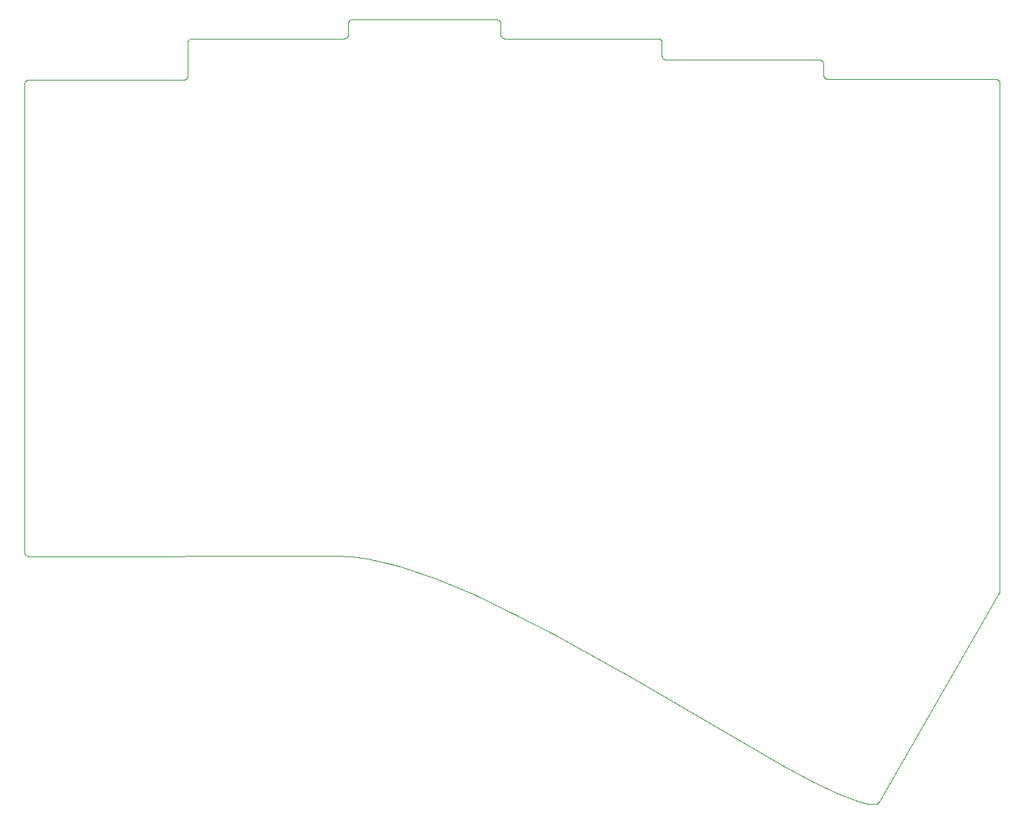
<source format=gbr>
%TF.GenerationSoftware,KiCad,Pcbnew,7.0.10*%
%TF.CreationDate,2024-02-18T23:55:24+09:00*%
%TF.ProjectId,kamu_keyboard,6b616d75-5f6b-4657-9962-6f6172642e6b,rev?*%
%TF.SameCoordinates,Original*%
%TF.FileFunction,Profile,NP*%
%FSLAX46Y46*%
G04 Gerber Fmt 4.6, Leading zero omitted, Abs format (unit mm)*
G04 Created by KiCad (PCBNEW 7.0.10) date 2024-02-18 23:55:24*
%MOMM*%
%LPD*%
G01*
G04 APERTURE LIST*
%TA.AperFunction,Profile*%
%ADD10C,0.035277*%
%TD*%
G04 APERTURE END LIST*
D10*
X137222116Y-75726729D02*
X137198875Y-75718865D01*
X81385530Y-68750072D02*
X81360133Y-68752001D01*
X80605431Y-70959818D02*
X80582725Y-70968764D01*
X117812995Y-71282914D02*
X117802038Y-71261121D01*
X62339310Y-71029441D02*
X62316607Y-71038399D01*
X136868046Y-73947961D02*
X136864869Y-73922935D01*
X143243754Y-161046764D02*
X143270493Y-161023222D01*
X98944958Y-70776159D02*
X98931885Y-70755477D01*
X42914372Y-76051001D02*
X42900428Y-76070602D01*
X42961492Y-75996607D02*
X42944935Y-76013972D01*
X98552432Y-68787082D02*
X98529689Y-68778308D01*
X61911976Y-75648525D02*
X61897123Y-75667412D01*
X157526785Y-75971643D02*
X157512680Y-75951594D01*
X62272908Y-71059467D02*
X62251974Y-71071514D01*
X137034527Y-75619287D02*
X137017154Y-75602730D01*
X136421855Y-73501789D02*
X136396456Y-73499859D01*
X62021522Y-71398517D02*
X62017129Y-71423148D01*
X62125469Y-71181141D02*
X62110634Y-71200040D01*
X157160260Y-75751663D02*
X157135635Y-75749834D01*
X99125530Y-70939886D02*
X99104271Y-70927863D01*
X80895162Y-70624173D02*
X80888407Y-70647900D01*
X136740812Y-73662926D02*
X136724263Y-73645568D01*
X117908770Y-73212701D02*
X117898896Y-73190398D01*
X80796638Y-70817229D02*
X80780920Y-70835365D01*
X98861013Y-69248955D02*
X98860399Y-69224157D01*
X81112115Y-68848689D02*
X81093233Y-68863525D01*
X61659858Y-75826919D02*
X61636120Y-75833660D01*
X136650288Y-73584544D02*
X136630006Y-73571546D01*
X118215376Y-73477518D02*
X118192218Y-73469828D01*
X117863325Y-73048410D02*
X117861496Y-73023774D01*
X143318964Y-160970273D02*
X143340451Y-160940990D01*
X61810407Y-75750040D02*
X61790793Y-75763983D01*
X118063386Y-73400845D02*
X118043977Y-73385703D01*
X61938938Y-75608642D02*
X61925924Y-75628925D01*
X61881399Y-75685554D02*
X61864833Y-75702920D01*
X62083705Y-71239949D02*
X62071673Y-71260897D01*
X62060639Y-71282466D02*
X62050633Y-71304624D01*
X157497558Y-75932214D02*
X157481436Y-75913543D01*
X80971686Y-69010968D02*
X80960651Y-69032523D01*
X81360133Y-68752001D02*
X81335106Y-68755178D01*
X99311492Y-70996287D02*
X99287079Y-70993259D01*
X117747709Y-71179704D02*
X117731584Y-71160990D01*
X118311350Y-73496752D02*
X118286936Y-73493707D01*
X99287079Y-70993259D02*
X99262918Y-70989049D01*
X43076705Y-75910491D02*
X43055771Y-75922534D01*
X80908388Y-70550330D02*
X80905183Y-70575357D01*
X80690362Y-70913747D02*
X80670076Y-70926745D01*
X142085713Y-161078542D02*
X142876996Y-161157559D01*
X62511245Y-70999081D02*
X62485508Y-70999732D01*
X62017129Y-71423148D02*
X62013952Y-71448180D01*
X62294462Y-71048418D02*
X62272908Y-71059467D01*
X105249105Y-141192159D02*
X114844289Y-146555425D01*
X157606443Y-136158540D02*
X157608308Y-136142287D01*
X136706905Y-73629020D02*
X136688769Y-73613312D01*
X99262918Y-70989049D02*
X99239051Y-70983673D01*
X80728854Y-70884978D02*
X80709965Y-70899814D01*
X157208832Y-75758900D02*
X157184673Y-75754690D01*
X80888407Y-70647900D02*
X80880531Y-70671131D01*
X91300653Y-134644620D02*
X95793626Y-136513280D01*
X118192218Y-73469828D02*
X118169474Y-73461022D01*
X117696498Y-71125906D02*
X117677784Y-71109781D01*
X62386268Y-71014833D02*
X62362541Y-71021575D01*
X80911027Y-70499196D02*
X80910346Y-70524933D01*
X43238809Y-75855880D02*
X43214204Y-75860280D01*
X83150472Y-132276776D02*
X85060739Y-132670827D01*
X42815617Y-131489840D02*
X42817457Y-131514475D01*
X137245852Y-75733470D02*
X137222116Y-75726729D01*
X98434975Y-68754539D02*
X98410563Y-68751512D01*
X136609071Y-73559514D02*
X136587515Y-73548479D01*
X136810320Y-73760756D02*
X136798288Y-73739822D01*
X157346215Y-75808064D02*
X157324421Y-75797107D01*
X118169474Y-73461022D02*
X118147185Y-73451115D01*
X136370717Y-73499209D02*
X118360776Y-73499209D01*
X137132433Y-75688846D02*
X137111485Y-75676802D01*
X118238909Y-73484073D02*
X118215376Y-73477518D01*
X81262562Y-68771884D02*
X81239331Y-68779739D01*
X114844289Y-146555425D02*
X132113423Y-156597562D01*
X80960651Y-69032523D02*
X80950645Y-69054668D01*
X142985836Y-161156514D02*
X143021216Y-161151014D01*
X136821355Y-73782311D02*
X136810320Y-73760756D01*
X117506387Y-71018191D02*
X117482856Y-71011666D01*
X117458991Y-71006290D02*
X117434832Y-71002080D01*
X43058611Y-131894241D02*
X43079869Y-131906258D01*
X143359944Y-160909917D02*
X157543691Y-136343228D01*
X137370854Y-75749221D02*
X137345116Y-75748570D01*
X42944648Y-131800888D02*
X42961761Y-131818868D01*
X98747853Y-68932163D02*
X98731728Y-68913449D01*
X136840308Y-73827160D02*
X136831362Y-73804456D01*
X80905183Y-70575357D02*
X80900764Y-70599982D01*
X117762833Y-71199114D02*
X117747709Y-71179704D01*
X98385937Y-68749683D02*
X98361138Y-68749070D01*
X62141176Y-71162990D02*
X62125469Y-71181141D01*
X42944935Y-76013972D02*
X42929218Y-76032114D01*
X117870563Y-73097017D02*
X117866353Y-73072838D01*
X62410459Y-71009246D02*
X62386268Y-71014833D01*
X61950985Y-75587708D02*
X61938938Y-75608642D01*
X117831644Y-71327946D02*
X117822869Y-71305203D01*
X98899030Y-70690137D02*
X98890255Y-70667394D01*
X157608308Y-136142287D02*
X157609643Y-136125957D01*
X98483000Y-68764125D02*
X98459134Y-68758749D01*
X157609643Y-136125957D02*
X157610447Y-136109562D01*
X117776940Y-71219180D02*
X117762833Y-71199114D01*
X117944825Y-73276437D02*
X117931751Y-73255762D01*
X80746997Y-70869271D02*
X80728854Y-70884978D01*
X98858571Y-69199531D02*
X98855544Y-69175119D01*
X62231694Y-71084527D02*
X62212097Y-71098475D01*
X136864869Y-73922935D02*
X136860475Y-73898310D01*
X61972054Y-75544016D02*
X61962034Y-75566156D01*
X157581480Y-76080443D02*
X157572707Y-76057681D01*
X157464330Y-75895625D02*
X157446351Y-75878516D01*
X142913604Y-161159849D02*
X142949925Y-161159479D01*
X61683101Y-75819055D02*
X61659858Y-75826919D01*
X143089894Y-161132659D02*
X143122948Y-161119929D01*
X118360776Y-73499209D02*
X118335977Y-73498592D01*
X80983718Y-68990034D02*
X80971686Y-69010968D01*
X136519432Y-73521671D02*
X136495703Y-73514938D01*
X98908904Y-70712425D02*
X98899030Y-70690137D01*
X136471510Y-73509359D02*
X136446884Y-73504966D01*
X81041192Y-68913138D02*
X81025484Y-68931274D01*
X117552287Y-71034623D02*
X117529545Y-71025849D01*
X98882596Y-70644236D02*
X98876070Y-70620704D01*
X80780920Y-70835365D02*
X80764362Y-70852722D01*
X157184673Y-75754690D02*
X157160260Y-75751663D01*
X80627579Y-70949812D02*
X80605431Y-70959818D01*
X117822869Y-71305203D02*
X117812995Y-71282914D01*
X61962034Y-75566156D02*
X61950985Y-75587708D01*
X137176159Y-75709908D02*
X137154002Y-75699891D01*
X42899240Y-131742648D02*
X42913370Y-131762736D01*
X62033833Y-71350581D02*
X62027100Y-71374318D01*
X117790014Y-71239863D02*
X117776940Y-71219180D01*
X62251974Y-71071514D02*
X62231694Y-71084527D01*
X98813134Y-69035373D02*
X98802178Y-69013579D01*
X80871565Y-70693835D02*
X80861541Y-70715980D01*
X157135635Y-75749834D02*
X157110837Y-75749221D01*
X99215518Y-70977148D02*
X99192359Y-70969491D01*
X117861496Y-73023774D02*
X117860883Y-72998973D01*
X135604489Y-158466222D02*
X138618627Y-159906972D01*
X80921532Y-69148521D02*
X80917138Y-69173146D01*
X80850490Y-70737535D02*
X80838442Y-70758469D01*
X61829306Y-75735194D02*
X61810407Y-75750040D01*
X157256230Y-75770801D02*
X157232698Y-75764276D01*
X157232698Y-75764276D02*
X157208832Y-75758900D01*
X62110634Y-71200040D02*
X62096702Y-71219653D01*
X43123950Y-131927086D02*
X43146693Y-131935859D01*
X136785289Y-73719541D02*
X136771357Y-73699944D01*
X80670076Y-70926745D02*
X80649138Y-70938777D01*
X117882464Y-73144458D02*
X117875939Y-73120904D01*
X136756520Y-73681062D02*
X136740812Y-73662926D01*
X61981012Y-75521320D02*
X61972054Y-75544016D01*
X117845827Y-71374635D02*
X117839302Y-71351104D01*
X80535764Y-70983352D02*
X80511571Y-70988931D01*
X157589262Y-136238232D02*
X157593737Y-136222543D01*
X81093233Y-68863525D02*
X81075097Y-68879232D01*
X80900764Y-70599982D02*
X80895162Y-70624173D01*
X62012023Y-71473580D02*
X62011373Y-71499318D01*
X157610102Y-76224305D02*
X157608273Y-76199669D01*
X81340345Y-132032658D02*
X83150472Y-132276776D01*
X80838442Y-70758469D02*
X80825430Y-70778750D01*
X98851335Y-69150960D02*
X98845960Y-69127094D01*
X80811485Y-70798347D02*
X80796638Y-70817229D01*
X43263812Y-75852699D02*
X43238809Y-75855880D01*
X98860399Y-69224157D02*
X98858571Y-69199531D01*
X43289183Y-75850767D02*
X43263812Y-75852699D01*
X157551879Y-76013577D02*
X157539857Y-75992318D01*
X98974188Y-70815636D02*
X98959065Y-70796226D01*
X117890122Y-73167637D02*
X117882464Y-73144458D01*
X62027100Y-71374318D02*
X62021522Y-71398517D01*
X136495703Y-73514938D02*
X136471510Y-73509359D01*
X157562835Y-76035379D02*
X157551879Y-76013577D01*
X117931751Y-73255762D02*
X117919728Y-73234503D01*
X157601133Y-136190767D02*
X157604050Y-136174704D01*
X98931885Y-70755477D02*
X98919861Y-70734219D01*
X157324421Y-75797107D02*
X157302132Y-75787233D01*
X98638453Y-68833009D02*
X98617770Y-68819935D01*
X117802038Y-71261121D02*
X117790014Y-71239863D01*
X80880531Y-70671131D02*
X80871565Y-70693835D01*
X42979738Y-131835918D02*
X42998452Y-131852000D01*
X157597695Y-136206717D02*
X157601133Y-136190767D01*
X80941698Y-69077372D02*
X80933843Y-69100603D01*
X157367474Y-75820087D02*
X157346215Y-75808064D01*
X42820765Y-76273921D02*
X42817583Y-76298924D01*
X42830751Y-76225141D02*
X42825164Y-76249316D01*
X42874086Y-131700651D02*
X42886140Y-131721939D01*
X99169614Y-70960717D02*
X99147325Y-70950843D01*
X80709965Y-70899814D02*
X80690362Y-70913747D01*
X42825164Y-76249316D02*
X42820765Y-76273921D01*
X99007417Y-70852326D02*
X98990311Y-70834349D01*
X80436520Y-70998431D02*
X80410783Y-70999081D01*
X43101662Y-131917212D02*
X43123950Y-131927086D01*
X42837492Y-76201428D02*
X42830751Y-76225141D01*
X42886140Y-131721939D02*
X42899240Y-131742648D01*
X42815000Y-76350000D02*
X42815000Y-131465039D01*
X100467210Y-138724477D02*
X105249105Y-141192159D01*
X43217248Y-131955395D02*
X43241407Y-131959584D01*
X62013952Y-71448180D02*
X62012023Y-71473580D01*
X99104271Y-70927863D02*
X99083587Y-70914789D01*
X43314889Y-75850116D02*
X43289183Y-75850767D01*
X43120398Y-75889428D02*
X43098258Y-75899445D01*
X136943054Y-75508452D02*
X136931008Y-75487519D01*
X157388157Y-75833161D02*
X157367474Y-75820087D01*
X43017862Y-131867093D02*
X43037928Y-131881180D01*
X137345116Y-75748570D02*
X137319715Y-75746638D01*
X136396456Y-73499859D02*
X136370717Y-73499209D01*
X117898896Y-73190398D02*
X117890122Y-73167637D01*
X136893118Y-75397909D02*
X136886377Y-75374196D01*
X98855544Y-69175119D02*
X98851335Y-69150960D01*
X98876070Y-70620704D02*
X98870694Y-70596839D01*
X43146693Y-131935859D02*
X43169851Y-131943514D01*
X42830138Y-131586978D02*
X42836693Y-131610539D01*
X99063519Y-70900682D02*
X99044108Y-70885558D01*
X81057740Y-68895781D02*
X81041192Y-68913138D01*
X137052679Y-75635004D02*
X137034527Y-75619287D01*
X118286936Y-73493707D02*
X118262776Y-73489475D01*
X98574720Y-68796955D02*
X98552432Y-68787082D01*
X62362541Y-71021575D02*
X62339310Y-71029441D01*
X143055942Y-161143042D02*
X143089894Y-161132659D01*
X98790156Y-68992321D02*
X98777083Y-68971639D01*
X80933843Y-69100603D02*
X80927110Y-69124330D01*
X43190029Y-75865866D02*
X43166315Y-75872607D01*
X118262776Y-73489475D02*
X118238909Y-73484073D01*
X98361138Y-68749070D02*
X81411267Y-68749422D01*
X61536851Y-75848760D02*
X61511111Y-75849411D01*
X43015887Y-75949487D02*
X42997000Y-75964333D01*
X42875376Y-76111818D02*
X42864330Y-76133371D01*
X136900984Y-75421130D02*
X136893118Y-75397909D01*
X81075097Y-68879232D02*
X81057740Y-68895781D01*
X117858441Y-71447072D02*
X117855413Y-71422660D01*
X157604050Y-136174704D02*
X157606443Y-136158540D01*
X43265820Y-131962579D02*
X43290445Y-131964363D01*
X157539857Y-75992318D02*
X157526785Y-75971643D01*
X61587286Y-75843646D02*
X61562253Y-75846828D01*
X81172927Y-68809726D02*
X81151993Y-68821758D01*
X98845960Y-69127094D02*
X98839436Y-69103562D01*
X42864330Y-76133371D02*
X42854313Y-76155511D01*
X136880790Y-75350021D02*
X136876390Y-75325416D01*
X61790793Y-75763983D02*
X61770496Y-75776992D01*
X81335106Y-68755178D02*
X81310481Y-68759572D01*
X81216627Y-68788685D02*
X81194482Y-68798692D01*
X42928512Y-131782164D02*
X42944648Y-131800888D01*
X80582725Y-70968764D02*
X80559492Y-70976620D01*
X80910346Y-70524933D02*
X80908388Y-70550330D01*
X61705817Y-75810098D02*
X61683101Y-75819055D01*
X62193216Y-71113327D02*
X62175081Y-71129051D01*
X117574575Y-71044497D02*
X117552287Y-71034623D01*
X136886377Y-75374196D02*
X136880790Y-75350021D01*
X98959065Y-70796226D02*
X98944958Y-70776159D01*
X136724263Y-73645568D02*
X136706905Y-73629020D01*
X118104134Y-73428074D02*
X118083452Y-73414974D01*
X157608273Y-76199669D02*
X157605246Y-76175241D01*
X61995620Y-75474385D02*
X61988878Y-75498099D01*
X61925924Y-75628925D02*
X61911976Y-75648525D01*
X80559492Y-70976620D02*
X80535764Y-70983352D01*
X98870694Y-70596839D02*
X98866483Y-70572679D01*
X132113423Y-156597562D02*
X135604489Y-158466222D01*
X98802178Y-69013579D02*
X98790156Y-68992321D01*
X98890255Y-70667394D02*
X98882596Y-70644236D01*
X157302132Y-75787233D02*
X157279388Y-75778459D01*
X81286289Y-68765151D02*
X81262562Y-68771884D01*
X157279388Y-75778459D02*
X157256230Y-75770801D01*
X43193383Y-131950033D02*
X43217248Y-131955395D01*
X62435084Y-71004846D02*
X62410459Y-71009246D01*
X137154002Y-75699891D02*
X137132433Y-75688846D01*
X98677929Y-68862240D02*
X98658519Y-68847116D01*
X137198875Y-75718865D02*
X137176159Y-75709908D01*
X98617770Y-68819935D02*
X98596513Y-68807912D01*
X136542664Y-73529526D02*
X136519432Y-73521671D01*
X117638308Y-71080550D02*
X117617626Y-71067477D01*
X157605246Y-76175241D02*
X157601037Y-76151062D01*
X137091189Y-75663794D02*
X137071576Y-75649850D01*
X61511111Y-75849411D02*
X43314889Y-75850116D01*
X99336118Y-70998115D02*
X99311492Y-70996287D01*
X62005607Y-75425605D02*
X62001207Y-75450210D01*
X143270493Y-161023222D02*
X143295604Y-160997705D01*
X61636120Y-75833660D02*
X61611919Y-75839246D01*
X42929218Y-76032114D02*
X42914372Y-76051001D01*
X43055771Y-75922534D02*
X43035488Y-75935543D01*
X81131712Y-68834756D02*
X81112115Y-68848689D01*
X62010722Y-75375232D02*
X62008789Y-75400602D01*
X117990182Y-73334537D02*
X117974057Y-73315867D01*
X80913961Y-69198173D02*
X80912032Y-69223570D01*
X137017154Y-75602730D02*
X137000590Y-75585365D01*
X99147325Y-70950843D02*
X99125530Y-70939886D01*
X157610715Y-136093114D02*
X157610715Y-76249106D01*
X136860475Y-73898310D02*
X136854897Y-73874118D01*
X136688769Y-73613312D02*
X136669886Y-73598477D01*
X98990311Y-70834349D02*
X98974188Y-70815636D01*
X118335977Y-73498592D02*
X118311350Y-73496752D01*
X42863097Y-131678826D02*
X42874086Y-131700651D01*
X136771357Y-73699944D02*
X136756520Y-73681062D01*
X62485508Y-70999732D02*
X62460110Y-71001664D01*
X136931008Y-75487519D02*
X136919960Y-75465966D01*
X42844383Y-131633728D02*
X42853190Y-131656504D01*
X98866483Y-70572679D02*
X98863455Y-70548267D01*
X43035488Y-75935543D02*
X43015887Y-75949487D01*
X137000590Y-75585365D02*
X136984866Y-75567223D01*
X79639623Y-131948689D02*
X81340345Y-132032658D01*
X117596368Y-71055454D02*
X117574575Y-71044497D01*
X157610447Y-136109562D02*
X157610715Y-136093114D01*
X157589137Y-76103621D02*
X157581480Y-76080443D01*
X117385795Y-70997224D02*
X117360997Y-70996611D01*
X143021216Y-161151014D02*
X143055942Y-161143042D01*
X81411267Y-68749422D02*
X81385530Y-68750072D01*
X98714620Y-68895473D02*
X98696643Y-68878364D01*
X43290445Y-131964363D02*
X43315244Y-131964917D01*
X42887419Y-76090885D02*
X42875376Y-76111818D01*
X42900428Y-76070602D02*
X42887419Y-76090885D01*
X61611919Y-75839246D02*
X61587286Y-75843646D01*
X43315244Y-131964917D02*
X79639623Y-131948689D01*
X43098258Y-75899445D02*
X43076705Y-75910491D01*
X98823007Y-69057661D02*
X98813134Y-69035373D01*
X143122948Y-161119929D02*
X143154983Y-161104912D01*
X80410783Y-70999081D02*
X62511245Y-70999081D01*
X42817457Y-131514475D02*
X42820502Y-131538904D01*
X118083452Y-73414974D02*
X118063386Y-73400845D01*
X61988878Y-75498099D02*
X61981012Y-75521320D01*
X98658519Y-68847116D02*
X98638453Y-68833009D01*
X43166315Y-75872607D02*
X43143094Y-75880472D01*
X136870626Y-73999096D02*
X136869976Y-73973359D01*
X61864833Y-75702920D02*
X61847458Y-75719477D01*
X117410420Y-70999053D02*
X117385795Y-70997224D01*
X117434832Y-71002080D02*
X117410420Y-70999053D01*
X81194482Y-68798692D02*
X81172927Y-68809726D01*
X80861541Y-70715980D02*
X80850490Y-70737535D01*
X43079869Y-131906258D02*
X43101662Y-131917212D01*
X118147185Y-73451115D02*
X118125391Y-73440127D01*
X98731728Y-68913449D02*
X98714620Y-68895473D01*
X118025265Y-73369568D02*
X118007291Y-73352456D01*
X137294684Y-75743456D02*
X137270052Y-75739056D01*
X61897123Y-75667412D02*
X61881399Y-75685554D01*
X43037928Y-131881180D02*
X43058611Y-131894241D01*
X117974057Y-73315867D02*
X117958933Y-73296486D01*
X43143094Y-75880472D02*
X43120398Y-75889428D01*
X81025484Y-68931274D02*
X81010648Y-68950156D01*
X117866353Y-73072838D02*
X117863325Y-73048410D01*
X117860883Y-72998973D02*
X117860883Y-71496496D01*
X117360997Y-70996611D02*
X99360917Y-70998729D01*
X80996716Y-68969753D02*
X80983718Y-68990034D01*
X80917138Y-69173146D02*
X80913961Y-69198173D01*
X117860270Y-71471698D02*
X117858441Y-71447072D01*
X136587515Y-73548479D02*
X136565369Y-73538472D01*
X62011373Y-75349526D02*
X62010722Y-75375232D01*
X81310481Y-68759572D02*
X81286289Y-68765151D01*
X157572764Y-136284360D02*
X157578773Y-136269152D01*
X98839436Y-69103562D02*
X98831780Y-69080405D01*
X42961761Y-131818868D02*
X42979738Y-131835918D01*
X62008789Y-75400602D02*
X62005607Y-75425605D01*
X157593737Y-136222543D02*
X157597695Y-136206717D01*
X42820502Y-131538904D02*
X42824735Y-131563086D01*
X141082776Y-160834065D02*
X142085713Y-161078542D01*
X136871277Y-75275042D02*
X136870626Y-75249336D01*
X42854313Y-76155511D02*
X42845357Y-76178207D01*
X80486945Y-70993325D02*
X80461918Y-70996502D01*
X136798288Y-73739822D02*
X136785289Y-73719541D01*
X143154983Y-161104912D02*
X143185877Y-161087671D01*
X62050633Y-71304624D02*
X62041687Y-71327340D01*
X42913370Y-131762736D02*
X42928512Y-131782164D01*
X98863455Y-70548267D02*
X98861626Y-70523642D01*
X117658374Y-71094657D02*
X117638308Y-71080550D01*
X136870626Y-75249336D02*
X136870626Y-73999096D01*
X62212097Y-71098475D02*
X62193216Y-71113327D01*
X136919960Y-75465966D02*
X136909942Y-75443826D01*
X62096702Y-71219653D02*
X62083705Y-71239949D01*
X157446351Y-75878516D02*
X157427636Y-75862392D01*
X136630006Y-73571546D02*
X136609071Y-73559514D01*
X117529545Y-71025849D02*
X117506387Y-71018191D01*
X98696643Y-68878364D02*
X98677929Y-68862240D01*
X99083587Y-70914789D02*
X99063519Y-70900682D01*
X98777083Y-68971639D02*
X98762977Y-68951573D01*
X136446884Y-73504966D02*
X136421855Y-73501789D01*
X42815000Y-131465039D02*
X42815617Y-131489840D01*
X80927110Y-69124330D02*
X80921532Y-69148521D01*
X138618627Y-159906972D02*
X141082776Y-160834065D01*
X80461918Y-70996502D02*
X80436520Y-70998431D01*
X87062039Y-133203877D02*
X91300653Y-134644620D01*
X98861013Y-70498844D02*
X98861013Y-69248955D01*
X62071673Y-71260897D02*
X62060639Y-71282466D01*
X157559229Y-136314210D02*
X157566248Y-136299383D01*
X43241407Y-131959584D02*
X43265820Y-131962579D01*
X99025394Y-70869434D02*
X99007417Y-70852326D01*
X80912032Y-69223570D02*
X80911382Y-69249307D01*
X99239051Y-70983673D02*
X99215518Y-70977148D01*
X118125391Y-73440127D02*
X118104134Y-73428074D01*
X42998452Y-131852000D02*
X43017862Y-131867093D01*
X98410563Y-68751512D02*
X98385937Y-68749683D01*
X62001207Y-75450210D02*
X61995620Y-75474385D01*
X136848164Y-73850391D02*
X136840308Y-73827160D01*
X61770496Y-75776992D02*
X61749546Y-75789035D01*
X157566248Y-136299383D02*
X157572764Y-136284360D01*
X62011373Y-71499318D02*
X62011373Y-75349526D01*
X117731584Y-71160990D02*
X117714475Y-71143014D01*
X136854897Y-73874118D02*
X136848164Y-73850391D01*
X43169851Y-131943514D02*
X43193383Y-131950033D01*
X62316607Y-71038399D02*
X62294462Y-71048418D01*
X136873209Y-75300412D02*
X136871277Y-75275042D01*
X143295604Y-160997705D02*
X143318964Y-160970273D01*
X157595661Y-76127175D02*
X157589137Y-76103621D01*
X61727976Y-75800081D02*
X61705817Y-75810098D01*
X43214204Y-75860280D02*
X43190029Y-75865866D01*
X157481436Y-75913543D02*
X157464330Y-75895625D01*
X142876996Y-161157559D02*
X142913604Y-161159849D01*
X136669886Y-73598477D02*
X136650288Y-73584544D01*
X136970015Y-75548336D02*
X136956067Y-75528735D01*
X81239331Y-68779739D02*
X81216627Y-68788685D01*
X143340451Y-160940990D02*
X143359944Y-160909917D01*
X157512680Y-75951594D02*
X157497558Y-75932214D01*
X117875939Y-73120904D02*
X117870563Y-73097017D01*
X99044108Y-70885558D02*
X99025394Y-70869434D01*
X117839302Y-71351104D02*
X117831644Y-71327946D01*
X98459134Y-68758749D02*
X98434975Y-68754539D01*
X81151993Y-68821758D02*
X81131712Y-68834756D01*
X42978858Y-75980050D02*
X42961492Y-75996607D01*
X157427636Y-75862392D02*
X157408225Y-75847268D01*
X118007291Y-73352456D02*
X117990182Y-73334537D01*
X80911382Y-69249307D02*
X80911027Y-70499196D01*
X137071576Y-75649850D02*
X137052679Y-75635004D01*
X157551709Y-136328829D02*
X157559229Y-136314210D01*
X42817583Y-76298924D02*
X42815651Y-76324295D01*
X62175081Y-71129051D02*
X62157724Y-71145616D01*
X80649138Y-70938777D02*
X80627579Y-70949812D01*
X118043977Y-73385703D02*
X118025265Y-73369568D01*
X80764362Y-70852722D02*
X80746997Y-70869271D01*
X157408225Y-75847268D02*
X157388157Y-75833161D01*
X136876390Y-75325416D02*
X136873209Y-75300412D01*
X98831780Y-69080405D02*
X98823007Y-69057661D01*
X98529689Y-68778308D02*
X98506532Y-68770650D01*
X85060739Y-132670827D02*
X87062039Y-133203877D01*
X157578773Y-136269152D02*
X157584273Y-136253772D01*
X98861626Y-70523642D02*
X98861013Y-70498844D01*
X42853190Y-131656504D02*
X42863097Y-131678826D01*
X117482856Y-71011666D02*
X117458991Y-71006290D01*
X98919861Y-70734219D02*
X98908904Y-70712425D01*
X42997000Y-75964333D02*
X42978858Y-75980050D01*
X136909942Y-75443826D02*
X136900984Y-75421130D01*
X136984866Y-75567223D02*
X136970015Y-75548336D01*
X98596513Y-68807912D02*
X98574720Y-68796955D01*
X117714475Y-71143014D02*
X117696498Y-71125906D01*
X137270052Y-75739056D02*
X137245852Y-75733470D01*
X117855413Y-71422660D02*
X117851203Y-71398501D01*
X62157724Y-71145616D02*
X62141176Y-71162990D01*
X99360917Y-70998729D02*
X99336118Y-70998115D01*
X61562253Y-75846828D02*
X61536851Y-75848760D01*
X81010648Y-68950156D02*
X80996716Y-68969753D01*
X42824735Y-131563086D02*
X42830138Y-131586978D01*
X143185877Y-161087671D02*
X143215508Y-161068267D01*
X117851203Y-71398501D02*
X117845827Y-71374635D01*
X117860883Y-71496496D02*
X117860270Y-71471698D01*
X157110837Y-75749221D02*
X137370854Y-75749221D01*
X136956067Y-75528735D02*
X136943054Y-75508452D01*
X80511571Y-70988931D02*
X80486945Y-70993325D01*
X137111485Y-75676802D02*
X137091189Y-75663794D01*
X117617626Y-71067477D02*
X117596368Y-71055454D01*
X95793626Y-136513280D02*
X100467210Y-138724477D01*
X42845357Y-76178207D02*
X42837492Y-76201428D01*
X61847458Y-75719477D02*
X61829306Y-75735194D01*
X143215508Y-161068267D02*
X143243754Y-161046764D01*
X157610715Y-76249106D02*
X157610102Y-76224305D01*
X62460110Y-71001664D02*
X62435084Y-71004846D01*
X117919728Y-73234503D02*
X117908770Y-73212701D01*
X137319715Y-75746638D02*
X137294684Y-75743456D01*
X142949925Y-161159479D02*
X142985836Y-161156514D01*
X62041687Y-71327340D02*
X62033833Y-71350581D01*
X157601037Y-76151062D02*
X157595661Y-76127175D01*
X80825430Y-70778750D02*
X80811485Y-70798347D01*
X98762977Y-68951573D02*
X98747853Y-68932163D01*
X157572707Y-76057681D02*
X157562835Y-76035379D01*
X61749546Y-75789035D02*
X61727976Y-75800081D01*
X136869976Y-73973359D02*
X136868046Y-73947961D01*
X42836693Y-131610539D02*
X42844383Y-131633728D01*
X136565369Y-73538472D02*
X136542664Y-73529526D01*
X117958933Y-73296486D02*
X117944825Y-73276437D01*
X157584273Y-136253772D02*
X157589262Y-136238232D01*
X136831362Y-73804456D02*
X136821355Y-73782311D01*
X117677784Y-71109781D02*
X117658374Y-71094657D01*
X80950645Y-69054668D02*
X80941698Y-69077372D01*
X98506532Y-68770650D02*
X98483000Y-68764125D01*
X99192359Y-70969491D02*
X99169614Y-70960717D01*
X42815651Y-76324295D02*
X42815000Y-76350000D01*
X157543691Y-136343228D02*
X157551709Y-136328829D01*
M02*

</source>
